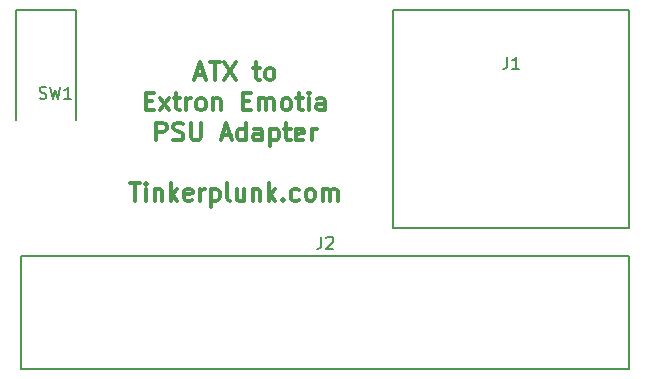
<source format=gto>
G04 #@! TF.FileFunction,Legend,Top*
%FSLAX46Y46*%
G04 Gerber Fmt 4.6, Leading zero omitted, Abs format (unit mm)*
G04 Created by KiCad (PCBNEW 4.0.7) date 07/10/18 00:50:01*
%MOMM*%
%LPD*%
G01*
G04 APERTURE LIST*
%ADD10C,0.100000*%
%ADD11C,0.300000*%
%ADD12C,0.150000*%
G04 APERTURE END LIST*
D10*
D11*
X139934572Y-104878000D02*
X140648858Y-104878000D01*
X139791715Y-105306571D02*
X140291715Y-103806571D01*
X140791715Y-105306571D01*
X141077429Y-103806571D02*
X141934572Y-103806571D01*
X141506001Y-105306571D02*
X141506001Y-103806571D01*
X142291715Y-103806571D02*
X143291715Y-105306571D01*
X143291715Y-103806571D02*
X142291715Y-105306571D01*
X144791714Y-104306571D02*
X145363143Y-104306571D01*
X145006000Y-103806571D02*
X145006000Y-105092286D01*
X145077428Y-105235143D01*
X145220286Y-105306571D01*
X145363143Y-105306571D01*
X146077429Y-105306571D02*
X145934571Y-105235143D01*
X145863143Y-105163714D01*
X145791714Y-105020857D01*
X145791714Y-104592286D01*
X145863143Y-104449429D01*
X145934571Y-104378000D01*
X146077429Y-104306571D01*
X146291714Y-104306571D01*
X146434571Y-104378000D01*
X146506000Y-104449429D01*
X146577429Y-104592286D01*
X146577429Y-105020857D01*
X146506000Y-105163714D01*
X146434571Y-105235143D01*
X146291714Y-105306571D01*
X146077429Y-105306571D01*
X135684571Y-107070857D02*
X136184571Y-107070857D01*
X136398857Y-107856571D02*
X135684571Y-107856571D01*
X135684571Y-106356571D01*
X136398857Y-106356571D01*
X136898857Y-107856571D02*
X137684571Y-106856571D01*
X136898857Y-106856571D02*
X137684571Y-107856571D01*
X138041714Y-106856571D02*
X138613143Y-106856571D01*
X138256000Y-106356571D02*
X138256000Y-107642286D01*
X138327428Y-107785143D01*
X138470286Y-107856571D01*
X138613143Y-107856571D01*
X139113143Y-107856571D02*
X139113143Y-106856571D01*
X139113143Y-107142286D02*
X139184571Y-106999429D01*
X139256000Y-106928000D01*
X139398857Y-106856571D01*
X139541714Y-106856571D01*
X140256000Y-107856571D02*
X140113142Y-107785143D01*
X140041714Y-107713714D01*
X139970285Y-107570857D01*
X139970285Y-107142286D01*
X140041714Y-106999429D01*
X140113142Y-106928000D01*
X140256000Y-106856571D01*
X140470285Y-106856571D01*
X140613142Y-106928000D01*
X140684571Y-106999429D01*
X140756000Y-107142286D01*
X140756000Y-107570857D01*
X140684571Y-107713714D01*
X140613142Y-107785143D01*
X140470285Y-107856571D01*
X140256000Y-107856571D01*
X141398857Y-106856571D02*
X141398857Y-107856571D01*
X141398857Y-106999429D02*
X141470285Y-106928000D01*
X141613143Y-106856571D01*
X141827428Y-106856571D01*
X141970285Y-106928000D01*
X142041714Y-107070857D01*
X142041714Y-107856571D01*
X143898857Y-107070857D02*
X144398857Y-107070857D01*
X144613143Y-107856571D02*
X143898857Y-107856571D01*
X143898857Y-106356571D01*
X144613143Y-106356571D01*
X145256000Y-107856571D02*
X145256000Y-106856571D01*
X145256000Y-106999429D02*
X145327428Y-106928000D01*
X145470286Y-106856571D01*
X145684571Y-106856571D01*
X145827428Y-106928000D01*
X145898857Y-107070857D01*
X145898857Y-107856571D01*
X145898857Y-107070857D02*
X145970286Y-106928000D01*
X146113143Y-106856571D01*
X146327428Y-106856571D01*
X146470286Y-106928000D01*
X146541714Y-107070857D01*
X146541714Y-107856571D01*
X147470286Y-107856571D02*
X147327428Y-107785143D01*
X147256000Y-107713714D01*
X147184571Y-107570857D01*
X147184571Y-107142286D01*
X147256000Y-106999429D01*
X147327428Y-106928000D01*
X147470286Y-106856571D01*
X147684571Y-106856571D01*
X147827428Y-106928000D01*
X147898857Y-106999429D01*
X147970286Y-107142286D01*
X147970286Y-107570857D01*
X147898857Y-107713714D01*
X147827428Y-107785143D01*
X147684571Y-107856571D01*
X147470286Y-107856571D01*
X148398857Y-106856571D02*
X148970286Y-106856571D01*
X148613143Y-106356571D02*
X148613143Y-107642286D01*
X148684571Y-107785143D01*
X148827429Y-107856571D01*
X148970286Y-107856571D01*
X149470286Y-107856571D02*
X149470286Y-106856571D01*
X149470286Y-106356571D02*
X149398857Y-106428000D01*
X149470286Y-106499429D01*
X149541714Y-106428000D01*
X149470286Y-106356571D01*
X149470286Y-106499429D01*
X150827429Y-107856571D02*
X150827429Y-107070857D01*
X150756000Y-106928000D01*
X150613143Y-106856571D01*
X150327429Y-106856571D01*
X150184572Y-106928000D01*
X150827429Y-107785143D02*
X150684572Y-107856571D01*
X150327429Y-107856571D01*
X150184572Y-107785143D01*
X150113143Y-107642286D01*
X150113143Y-107499429D01*
X150184572Y-107356571D01*
X150327429Y-107285143D01*
X150684572Y-107285143D01*
X150827429Y-107213714D01*
X136577429Y-110406571D02*
X136577429Y-108906571D01*
X137148857Y-108906571D01*
X137291715Y-108978000D01*
X137363143Y-109049429D01*
X137434572Y-109192286D01*
X137434572Y-109406571D01*
X137363143Y-109549429D01*
X137291715Y-109620857D01*
X137148857Y-109692286D01*
X136577429Y-109692286D01*
X138006000Y-110335143D02*
X138220286Y-110406571D01*
X138577429Y-110406571D01*
X138720286Y-110335143D01*
X138791715Y-110263714D01*
X138863143Y-110120857D01*
X138863143Y-109978000D01*
X138791715Y-109835143D01*
X138720286Y-109763714D01*
X138577429Y-109692286D01*
X138291715Y-109620857D01*
X138148857Y-109549429D01*
X138077429Y-109478000D01*
X138006000Y-109335143D01*
X138006000Y-109192286D01*
X138077429Y-109049429D01*
X138148857Y-108978000D01*
X138291715Y-108906571D01*
X138648857Y-108906571D01*
X138863143Y-108978000D01*
X139506000Y-108906571D02*
X139506000Y-110120857D01*
X139577428Y-110263714D01*
X139648857Y-110335143D01*
X139791714Y-110406571D01*
X140077428Y-110406571D01*
X140220286Y-110335143D01*
X140291714Y-110263714D01*
X140363143Y-110120857D01*
X140363143Y-108906571D01*
X142148857Y-109978000D02*
X142863143Y-109978000D01*
X142006000Y-110406571D02*
X142506000Y-108906571D01*
X143006000Y-110406571D01*
X144148857Y-110406571D02*
X144148857Y-108906571D01*
X144148857Y-110335143D02*
X144006000Y-110406571D01*
X143720286Y-110406571D01*
X143577428Y-110335143D01*
X143506000Y-110263714D01*
X143434571Y-110120857D01*
X143434571Y-109692286D01*
X143506000Y-109549429D01*
X143577428Y-109478000D01*
X143720286Y-109406571D01*
X144006000Y-109406571D01*
X144148857Y-109478000D01*
X145506000Y-110406571D02*
X145506000Y-109620857D01*
X145434571Y-109478000D01*
X145291714Y-109406571D01*
X145006000Y-109406571D01*
X144863143Y-109478000D01*
X145506000Y-110335143D02*
X145363143Y-110406571D01*
X145006000Y-110406571D01*
X144863143Y-110335143D01*
X144791714Y-110192286D01*
X144791714Y-110049429D01*
X144863143Y-109906571D01*
X145006000Y-109835143D01*
X145363143Y-109835143D01*
X145506000Y-109763714D01*
X146220286Y-109406571D02*
X146220286Y-110906571D01*
X146220286Y-109478000D02*
X146363143Y-109406571D01*
X146648857Y-109406571D01*
X146791714Y-109478000D01*
X146863143Y-109549429D01*
X146934572Y-109692286D01*
X146934572Y-110120857D01*
X146863143Y-110263714D01*
X146791714Y-110335143D01*
X146648857Y-110406571D01*
X146363143Y-110406571D01*
X146220286Y-110335143D01*
X147363143Y-109406571D02*
X147934572Y-109406571D01*
X147577429Y-108906571D02*
X147577429Y-110192286D01*
X147648857Y-110335143D01*
X147791715Y-110406571D01*
X147934572Y-110406571D01*
X149006000Y-110335143D02*
X148863143Y-110406571D01*
X148577429Y-110406571D01*
X148434572Y-110335143D01*
X148363143Y-110192286D01*
X148363143Y-109620857D01*
X148434572Y-109478000D01*
X148577429Y-109406571D01*
X148863143Y-109406571D01*
X149006000Y-109478000D01*
X149077429Y-109620857D01*
X149077429Y-109763714D01*
X148363143Y-109906571D01*
X149720286Y-110406571D02*
X149720286Y-109406571D01*
X149720286Y-109692286D02*
X149791714Y-109549429D01*
X149863143Y-109478000D01*
X150006000Y-109406571D01*
X150148857Y-109406571D01*
X134363143Y-114006571D02*
X135220286Y-114006571D01*
X134791715Y-115506571D02*
X134791715Y-114006571D01*
X135720286Y-115506571D02*
X135720286Y-114506571D01*
X135720286Y-114006571D02*
X135648857Y-114078000D01*
X135720286Y-114149429D01*
X135791714Y-114078000D01*
X135720286Y-114006571D01*
X135720286Y-114149429D01*
X136434572Y-114506571D02*
X136434572Y-115506571D01*
X136434572Y-114649429D02*
X136506000Y-114578000D01*
X136648858Y-114506571D01*
X136863143Y-114506571D01*
X137006000Y-114578000D01*
X137077429Y-114720857D01*
X137077429Y-115506571D01*
X137791715Y-115506571D02*
X137791715Y-114006571D01*
X137934572Y-114935143D02*
X138363143Y-115506571D01*
X138363143Y-114506571D02*
X137791715Y-115078000D01*
X139577429Y-115435143D02*
X139434572Y-115506571D01*
X139148858Y-115506571D01*
X139006001Y-115435143D01*
X138934572Y-115292286D01*
X138934572Y-114720857D01*
X139006001Y-114578000D01*
X139148858Y-114506571D01*
X139434572Y-114506571D01*
X139577429Y-114578000D01*
X139648858Y-114720857D01*
X139648858Y-114863714D01*
X138934572Y-115006571D01*
X140291715Y-115506571D02*
X140291715Y-114506571D01*
X140291715Y-114792286D02*
X140363143Y-114649429D01*
X140434572Y-114578000D01*
X140577429Y-114506571D01*
X140720286Y-114506571D01*
X141220286Y-114506571D02*
X141220286Y-116006571D01*
X141220286Y-114578000D02*
X141363143Y-114506571D01*
X141648857Y-114506571D01*
X141791714Y-114578000D01*
X141863143Y-114649429D01*
X141934572Y-114792286D01*
X141934572Y-115220857D01*
X141863143Y-115363714D01*
X141791714Y-115435143D01*
X141648857Y-115506571D01*
X141363143Y-115506571D01*
X141220286Y-115435143D01*
X142791715Y-115506571D02*
X142648857Y-115435143D01*
X142577429Y-115292286D01*
X142577429Y-114006571D01*
X144006000Y-114506571D02*
X144006000Y-115506571D01*
X143363143Y-114506571D02*
X143363143Y-115292286D01*
X143434571Y-115435143D01*
X143577429Y-115506571D01*
X143791714Y-115506571D01*
X143934571Y-115435143D01*
X144006000Y-115363714D01*
X144720286Y-114506571D02*
X144720286Y-115506571D01*
X144720286Y-114649429D02*
X144791714Y-114578000D01*
X144934572Y-114506571D01*
X145148857Y-114506571D01*
X145291714Y-114578000D01*
X145363143Y-114720857D01*
X145363143Y-115506571D01*
X146077429Y-115506571D02*
X146077429Y-114006571D01*
X146220286Y-114935143D02*
X146648857Y-115506571D01*
X146648857Y-114506571D02*
X146077429Y-115078000D01*
X147291715Y-115363714D02*
X147363143Y-115435143D01*
X147291715Y-115506571D01*
X147220286Y-115435143D01*
X147291715Y-115363714D01*
X147291715Y-115506571D01*
X148648858Y-115435143D02*
X148506001Y-115506571D01*
X148220287Y-115506571D01*
X148077429Y-115435143D01*
X148006001Y-115363714D01*
X147934572Y-115220857D01*
X147934572Y-114792286D01*
X148006001Y-114649429D01*
X148077429Y-114578000D01*
X148220287Y-114506571D01*
X148506001Y-114506571D01*
X148648858Y-114578000D01*
X149506001Y-115506571D02*
X149363143Y-115435143D01*
X149291715Y-115363714D01*
X149220286Y-115220857D01*
X149220286Y-114792286D01*
X149291715Y-114649429D01*
X149363143Y-114578000D01*
X149506001Y-114506571D01*
X149720286Y-114506571D01*
X149863143Y-114578000D01*
X149934572Y-114649429D01*
X150006001Y-114792286D01*
X150006001Y-115220857D01*
X149934572Y-115363714D01*
X149863143Y-115435143D01*
X149720286Y-115506571D01*
X149506001Y-115506571D01*
X150648858Y-115506571D02*
X150648858Y-114506571D01*
X150648858Y-114649429D02*
X150720286Y-114578000D01*
X150863144Y-114506571D01*
X151077429Y-114506571D01*
X151220286Y-114578000D01*
X151291715Y-114720857D01*
X151291715Y-115506571D01*
X151291715Y-114720857D02*
X151363144Y-114578000D01*
X151506001Y-114506571D01*
X151720286Y-114506571D01*
X151863144Y-114578000D01*
X151934572Y-114720857D01*
X151934572Y-115506571D01*
D12*
X156624000Y-99354000D02*
X176624000Y-99354000D01*
X176624000Y-99354000D02*
X176624000Y-117854000D01*
X176624000Y-117854000D02*
X156624000Y-117854000D01*
X156624000Y-117854000D02*
X156624000Y-99354000D01*
X125126000Y-120168000D02*
X176626000Y-120168000D01*
X176626000Y-120168000D02*
X176626000Y-129768000D01*
X176626000Y-129768000D02*
X125126000Y-129768000D01*
X125126000Y-129768000D02*
X125126000Y-120168000D01*
X124714000Y-108712000D02*
X124714000Y-99332000D01*
X124714000Y-99332000D02*
X129794000Y-99332000D01*
X129794000Y-99332000D02*
X129794000Y-108712000D01*
X166290667Y-103338381D02*
X166290667Y-104052667D01*
X166243047Y-104195524D01*
X166147809Y-104290762D01*
X166004952Y-104338381D01*
X165909714Y-104338381D01*
X167290667Y-104338381D02*
X166719238Y-104338381D01*
X167004952Y-104338381D02*
X167004952Y-103338381D01*
X166909714Y-103481238D01*
X166814476Y-103576476D01*
X166719238Y-103624095D01*
X150542667Y-118578381D02*
X150542667Y-119292667D01*
X150495047Y-119435524D01*
X150399809Y-119530762D01*
X150256952Y-119578381D01*
X150161714Y-119578381D01*
X150971238Y-118673619D02*
X151018857Y-118626000D01*
X151114095Y-118578381D01*
X151352191Y-118578381D01*
X151447429Y-118626000D01*
X151495048Y-118673619D01*
X151542667Y-118768857D01*
X151542667Y-118864095D01*
X151495048Y-119006952D01*
X150923619Y-119578381D01*
X151542667Y-119578381D01*
X126682667Y-106830762D02*
X126825524Y-106878381D01*
X127063620Y-106878381D01*
X127158858Y-106830762D01*
X127206477Y-106783143D01*
X127254096Y-106687905D01*
X127254096Y-106592667D01*
X127206477Y-106497429D01*
X127158858Y-106449810D01*
X127063620Y-106402190D01*
X126873143Y-106354571D01*
X126777905Y-106306952D01*
X126730286Y-106259333D01*
X126682667Y-106164095D01*
X126682667Y-106068857D01*
X126730286Y-105973619D01*
X126777905Y-105926000D01*
X126873143Y-105878381D01*
X127111239Y-105878381D01*
X127254096Y-105926000D01*
X127587429Y-105878381D02*
X127825524Y-106878381D01*
X128016001Y-106164095D01*
X128206477Y-106878381D01*
X128444572Y-105878381D01*
X129349334Y-106878381D02*
X128777905Y-106878381D01*
X129063619Y-106878381D02*
X129063619Y-105878381D01*
X128968381Y-106021238D01*
X128873143Y-106116476D01*
X128777905Y-106164095D01*
M02*

</source>
